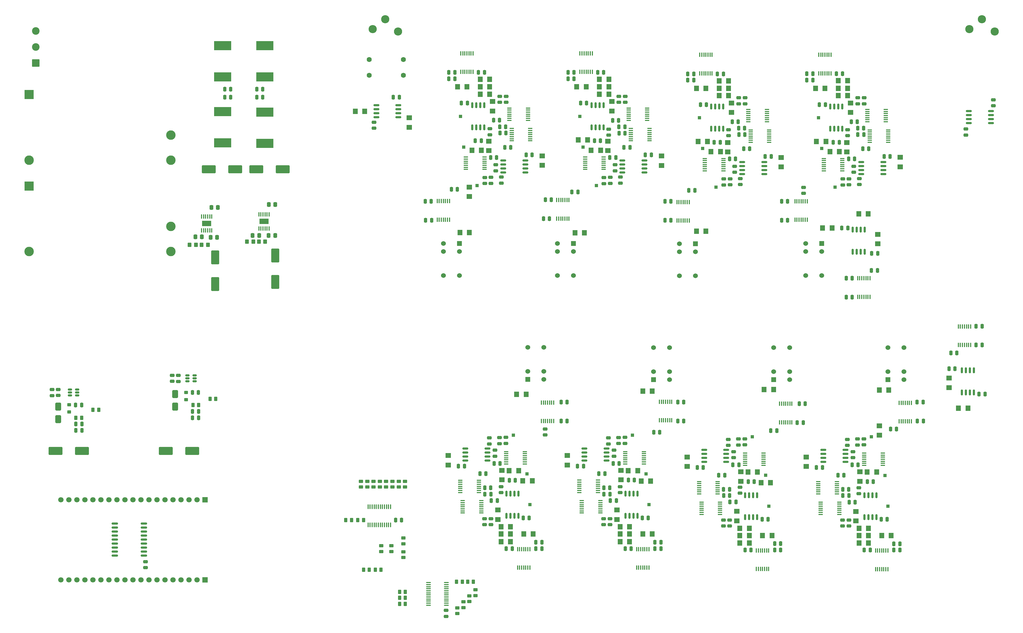
<source format=gbr>
%TF.GenerationSoftware,KiCad,Pcbnew,9.0.5*%
%TF.CreationDate,2025-11-19T13:11:48+02:00*%
%TF.ProjectId,KICAD PEQ,4b494341-4420-4504-9551-2e6b69636164,rev?*%
%TF.SameCoordinates,Original*%
%TF.FileFunction,Soldermask,Top*%
%TF.FilePolarity,Negative*%
%FSLAX46Y46*%
G04 Gerber Fmt 4.6, Leading zero omitted, Abs format (unit mm)*
G04 Created by KiCad (PCBNEW 9.0.5) date 2025-11-19 13:11:48*
%MOMM*%
%LPD*%
G01*
G04 APERTURE LIST*
G04 Aperture macros list*
%AMRoundRect*
0 Rectangle with rounded corners*
0 $1 Rounding radius*
0 $2 $3 $4 $5 $6 $7 $8 $9 X,Y pos of 4 corners*
0 Add a 4 corners polygon primitive as box body*
4,1,4,$2,$3,$4,$5,$6,$7,$8,$9,$2,$3,0*
0 Add four circle primitives for the rounded corners*
1,1,$1+$1,$2,$3*
1,1,$1+$1,$4,$5*
1,1,$1+$1,$6,$7*
1,1,$1+$1,$8,$9*
0 Add four rect primitives between the rounded corners*
20,1,$1+$1,$2,$3,$4,$5,0*
20,1,$1+$1,$4,$5,$6,$7,0*
20,1,$1+$1,$6,$7,$8,$9,0*
20,1,$1+$1,$8,$9,$2,$3,0*%
G04 Aperture macros list end*
%ADD10RoundRect,0.250000X0.350000X0.450000X-0.350000X0.450000X-0.350000X-0.450000X0.350000X-0.450000X0*%
%ADD11RoundRect,0.250000X0.337500X0.475000X-0.337500X0.475000X-0.337500X-0.475000X0.337500X-0.475000X0*%
%ADD12RoundRect,0.250000X-0.337500X-0.475000X0.337500X-0.475000X0.337500X0.475000X-0.337500X0.475000X0*%
%ADD13RoundRect,0.250000X0.250000X0.475000X-0.250000X0.475000X-0.250000X-0.475000X0.250000X-0.475000X0*%
%ADD14R,0.450000X1.475000*%
%ADD15RoundRect,0.250000X-0.475000X0.250000X-0.475000X-0.250000X0.475000X-0.250000X0.475000X0.250000X0*%
%ADD16RoundRect,0.250000X1.000000X-1.950000X1.000000X1.950000X-1.000000X1.950000X-1.000000X-1.950000X0*%
%ADD17RoundRect,0.250000X0.475000X-0.250000X0.475000X0.250000X-0.475000X0.250000X-0.475000X-0.250000X0*%
%ADD18R,1.500000X1.800000*%
%ADD19RoundRect,0.250000X-0.250000X-0.475000X0.250000X-0.475000X0.250000X0.475000X-0.250000X0.475000X0*%
%ADD20RoundRect,0.250000X1.950000X1.000000X-1.950000X1.000000X-1.950000X-1.000000X1.950000X-1.000000X0*%
%ADD21RoundRect,0.250000X-0.450000X0.262500X-0.450000X-0.262500X0.450000X-0.262500X0.450000X0.262500X0*%
%ADD22RoundRect,0.250000X0.450000X-0.262500X0.450000X0.262500X-0.450000X0.262500X-0.450000X-0.262500X0*%
%ADD23R,5.400000X2.900000*%
%ADD24RoundRect,0.150000X-0.150000X0.800000X-0.150000X-0.800000X0.150000X-0.800000X0.150000X0.800000X0*%
%ADD25R,1.800000X1.500000*%
%ADD26O,2.601600X2.601600*%
%ADD27RoundRect,0.250000X-0.350000X0.275000X-0.350000X-0.275000X0.350000X-0.275000X0.350000X0.275000X0*%
%ADD28RoundRect,0.250000X0.262500X0.450000X-0.262500X0.450000X-0.262500X-0.450000X0.262500X-0.450000X0*%
%ADD29RoundRect,0.150000X-0.800000X-0.150000X0.800000X-0.150000X0.800000X0.150000X-0.800000X0.150000X0*%
%ADD30R,1.475000X0.450000*%
%ADD31RoundRect,0.150000X0.512500X0.150000X-0.512500X0.150000X-0.512500X-0.150000X0.512500X-0.150000X0*%
%ADD32R,1.000000X1.000000*%
%ADD33R,1.524000X1.524000*%
%ADD34C,1.524000*%
%ADD35RoundRect,0.250000X-1.950000X-1.000000X1.950000X-1.000000X1.950000X1.000000X-1.950000X1.000000X0*%
%ADD36RoundRect,0.250000X-0.262500X-0.450000X0.262500X-0.450000X0.262500X0.450000X-0.262500X0.450000X0*%
%ADD37RoundRect,0.150000X-0.875000X-0.150000X0.875000X-0.150000X0.875000X0.150000X-0.875000X0.150000X0*%
%ADD38R,3.000000X3.000000*%
%ADD39C,3.000000*%
%ADD40RoundRect,0.250000X-0.650000X1.000000X-0.650000X-1.000000X0.650000X-1.000000X0.650000X1.000000X0*%
%ADD41RoundRect,0.150000X0.150000X-0.800000X0.150000X0.800000X-0.150000X0.800000X-0.150000X-0.800000X0*%
%ADD42R,1.700000X1.700000*%
%ADD43C,1.700000*%
%ADD44RoundRect,0.250000X-1.000000X1.950000X-1.000000X-1.950000X1.000000X-1.950000X1.000000X1.950000X0*%
%ADD45RoundRect,0.100000X0.637500X0.100000X-0.637500X0.100000X-0.637500X-0.100000X0.637500X-0.100000X0*%
%ADD46C,1.600000*%
%ADD47RoundRect,0.150000X0.800000X0.150000X-0.800000X0.150000X-0.800000X-0.150000X0.800000X-0.150000X0*%
%ADD48R,0.450000X1.425000*%
%ADD49R,2.947000X1.753000*%
%ADD50RoundRect,0.250001X0.949999X-0.949999X0.949999X0.949999X-0.949999X0.949999X-0.949999X-0.949999X0*%
%ADD51C,2.400000*%
%ADD52RoundRect,0.100000X-0.100000X0.637500X-0.100000X-0.637500X0.100000X-0.637500X0.100000X0.637500X0*%
G04 APERTURE END LIST*
D10*
%TO.C,R119*%
X123883068Y-118154331D03*
X121883068Y-118154331D03*
%TD*%
%TO.C,R118*%
X105660560Y-119140190D03*
X103660560Y-119140190D03*
%TD*%
%TO.C,R117*%
X127615964Y-118179185D03*
X125615964Y-118179185D03*
%TD*%
%TO.C,R116*%
X109470560Y-119140190D03*
X107470560Y-119140190D03*
%TD*%
D11*
%TO.C,C213*%
X125730000Y-116205000D03*
X123655000Y-116205000D03*
%TD*%
%TO.C,C212*%
X107565560Y-116600190D03*
X105490560Y-116600190D03*
%TD*%
D12*
%TO.C,C211*%
X128735000Y-116205000D03*
X130810000Y-116205000D03*
%TD*%
%TO.C,C210*%
X110320000Y-116840000D03*
X112395000Y-116840000D03*
%TD*%
%TO.C,C13*%
X128775058Y-106353994D03*
X130850058Y-106353994D03*
%TD*%
%TO.C,C12*%
X110565000Y-107315000D03*
X112640000Y-107315000D03*
%TD*%
D13*
%TO.C,C160*%
X244724750Y-193805050D03*
X242824750Y-193805050D03*
%TD*%
D14*
%TO.C,VR35*%
X283414000Y-221997000D03*
X284064000Y-221997000D03*
X284714000Y-221997000D03*
X285364000Y-221997000D03*
X286014000Y-221997000D03*
X286664000Y-221997000D03*
X287314000Y-221997000D03*
X287314000Y-216121000D03*
X286664000Y-216121000D03*
X286014000Y-216121000D03*
X285364000Y-216121000D03*
X284714000Y-216121000D03*
X284064000Y-216121000D03*
X283414000Y-216121000D03*
%TD*%
D15*
%TO.C,C62*%
X315557332Y-72543675D03*
X315557332Y-74443675D03*
%TD*%
D16*
%TO.C,C208*%
X130810000Y-130955000D03*
X130810000Y-122555000D03*
%TD*%
D17*
%TO.C,C87*%
X278306847Y-100047929D03*
X278306847Y-98147929D03*
%TD*%
D15*
%TO.C,C31*%
X298397332Y-100968676D03*
X298397332Y-102868676D03*
%TD*%
D18*
%TO.C,R16*%
X284884265Y-194584303D03*
X287884265Y-194584303D03*
%TD*%
D15*
%TO.C,C171*%
X312259272Y-180868140D03*
X312259272Y-182768140D03*
%TD*%
D19*
%TO.C,C200*%
X258484265Y-169084303D03*
X260384265Y-169084303D03*
%TD*%
D15*
%TO.C,C73*%
X274594866Y-82687114D03*
X274594866Y-84587114D03*
%TD*%
D20*
%TO.C,C209*%
X69500000Y-184500000D03*
X61100000Y-184500000D03*
%TD*%
D13*
%TO.C,C184*%
X324909272Y-206218140D03*
X323009272Y-206218140D03*
%TD*%
D19*
%TO.C,C80*%
X277856847Y-84197929D03*
X279756847Y-84197929D03*
%TD*%
D21*
%TO.C,R72*%
X172000000Y-194175000D03*
X172000000Y-196000000D03*
%TD*%
D19*
%TO.C,C161*%
X327009272Y-215968140D03*
X328909272Y-215968140D03*
%TD*%
D13*
%TO.C,C91*%
X239746177Y-79743979D03*
X237846177Y-79743979D03*
%TD*%
D22*
%TO.C,R57*%
X192405000Y-232330000D03*
X192405000Y-230505000D03*
%TD*%
D23*
%TO.C,L1*%
X114155000Y-56010000D03*
X114155000Y-65910000D03*
%TD*%
D19*
%TO.C,C101*%
X248207597Y-90668980D03*
X250107597Y-90668980D03*
%TD*%
D21*
%TO.C,R68*%
X164000000Y-194175000D03*
X164000000Y-196000000D03*
%TD*%
D24*
%TO.C,U5*%
X310662332Y-75343675D03*
X309392332Y-75343675D03*
X308122332Y-75343675D03*
X306852332Y-75343675D03*
X306852332Y-82343675D03*
X308122332Y-82343675D03*
X309392332Y-82343675D03*
X310662332Y-82343675D03*
%TD*%
D25*
%TO.C,R80*%
X198522325Y-86284839D03*
X198522325Y-89284839D03*
%TD*%
D19*
%TO.C,C186*%
X312830182Y-200832686D03*
X314730182Y-200832686D03*
%TD*%
D17*
%TO.C,C190*%
X317509272Y-182618140D03*
X317509272Y-180718140D03*
%TD*%
D14*
%TO.C,VR4*%
X295647332Y-111244676D03*
X296297332Y-111244676D03*
X296947332Y-111244676D03*
X297597332Y-111244676D03*
X298247332Y-111244676D03*
X298897332Y-111244676D03*
X299547332Y-111244676D03*
X299547332Y-105368676D03*
X298897332Y-105368676D03*
X298247332Y-105368676D03*
X297597332Y-105368676D03*
X296947332Y-105368676D03*
X296297332Y-105368676D03*
X295647332Y-105368676D03*
%TD*%
D17*
%TO.C,C173*%
X202439462Y-197784869D03*
X202439462Y-195884869D03*
%TD*%
D26*
%TO.C,J4*%
X169735000Y-51525200D03*
X165735000Y-47625000D03*
X161735000Y-50725100D03*
%TD*%
D27*
%TO.C,L5*%
X102550000Y-166000000D03*
X102550000Y-168300000D03*
%TD*%
D24*
%TO.C,U7*%
X272911847Y-75347929D03*
X271641847Y-75347929D03*
X270371847Y-75347929D03*
X269101847Y-75347929D03*
X269101847Y-82347929D03*
X270371847Y-82347929D03*
X271641847Y-82347929D03*
X272911847Y-82347929D03*
%TD*%
D22*
%TO.C,R56*%
X164465000Y-216455000D03*
X164465000Y-214630000D03*
%TD*%
D19*
%TO.C,C153*%
X287984265Y-178084303D03*
X289884265Y-178084303D03*
%TD*%
D15*
%TO.C,C72*%
X277806847Y-72547929D03*
X277806847Y-74447929D03*
%TD*%
D28*
%TO.C,R53*%
X193675000Y-226060000D03*
X191850000Y-226060000D03*
%TD*%
D29*
%TO.C,U15*%
X203122325Y-92429839D03*
X203122325Y-93699839D03*
X203122325Y-94969839D03*
X203122325Y-96239839D03*
X210122325Y-96239839D03*
X210122325Y-94969839D03*
X210122325Y-93699839D03*
X210122325Y-92429839D03*
%TD*%
D30*
%TO.C,VR28*%
X189536265Y-193809304D03*
X189536265Y-194459304D03*
X189536265Y-195109304D03*
X189536265Y-195759304D03*
X189536265Y-196409304D03*
X189536265Y-197059304D03*
X189536265Y-197709304D03*
X195412265Y-197709304D03*
X195412265Y-197059304D03*
X195412265Y-196409304D03*
X195412265Y-195759304D03*
X195412265Y-195109304D03*
X195412265Y-194459304D03*
X195412265Y-193809304D03*
%TD*%
D31*
%TO.C,U2*%
X68000000Y-166950000D03*
X68000000Y-166000000D03*
X68000000Y-165050000D03*
X65725000Y-165050000D03*
X65725000Y-166000000D03*
X65725000Y-166950000D03*
%TD*%
D18*
%TO.C,R84*%
X212624265Y-210909304D03*
X209624265Y-210909304D03*
%TD*%
D32*
%TO.C,BP5*%
X210634265Y-191834303D03*
%TD*%
D13*
%TO.C,C178*%
X282714000Y-194259000D03*
X280814000Y-194259000D03*
%TD*%
D25*
%TO.C,R110*%
X299259272Y-189468140D03*
X299259272Y-186468140D03*
%TD*%
D18*
%TO.C,R42*%
X236617597Y-66693979D03*
X233617597Y-66693979D03*
%TD*%
D19*
%TO.C,C9*%
X104550000Y-166000000D03*
X106450000Y-166000000D03*
%TD*%
D14*
%TO.C,VR15*%
X269356847Y-58909929D03*
X268706847Y-58909929D03*
X268056847Y-58909929D03*
X267406847Y-58909929D03*
X266756847Y-58909929D03*
X266106847Y-58909929D03*
X265456847Y-58909929D03*
X265456847Y-64785929D03*
X266106847Y-64785929D03*
X266756847Y-64785929D03*
X267406847Y-64785929D03*
X268056847Y-64785929D03*
X268706847Y-64785929D03*
X269356847Y-64785929D03*
%TD*%
D17*
%TO.C,C84*%
X275056847Y-100147929D03*
X275056847Y-98247929D03*
%TD*%
D18*
%TO.C,R100*%
X288364000Y-211359000D03*
X285364000Y-211359000D03*
%TD*%
D21*
%TO.C,R69*%
X162000000Y-194175000D03*
X162000000Y-196000000D03*
%TD*%
D13*
%TO.C,C96*%
X241717597Y-81743979D03*
X239817597Y-81743979D03*
%TD*%
D20*
%TO.C,C7*%
X104500000Y-184500000D03*
X96100000Y-184500000D03*
%TD*%
D13*
%TO.C,C6*%
X126850000Y-72390000D03*
X124950000Y-72390000D03*
%TD*%
D18*
%TO.C,R104*%
X281164000Y-209059000D03*
X278164000Y-209059000D03*
%TD*%
D19*
%TO.C,C158*%
X221484265Y-175084303D03*
X223384265Y-175084303D03*
%TD*%
D32*
%TO.C,BP6*%
X248384750Y-191830049D03*
%TD*%
D14*
%TO.C,VR2*%
X258211971Y-111490048D03*
X258861971Y-111490048D03*
X259511971Y-111490048D03*
X260161971Y-111490048D03*
X260811971Y-111490048D03*
X261461971Y-111490048D03*
X262111971Y-111490048D03*
X262111971Y-105614048D03*
X261461971Y-105614048D03*
X260811971Y-105614048D03*
X260161971Y-105614048D03*
X259511971Y-105614048D03*
X258861971Y-105614048D03*
X258211971Y-105614048D03*
%TD*%
D18*
%TO.C,R13*%
X315897332Y-109368676D03*
X318897332Y-109368676D03*
%TD*%
D13*
%TO.C,C23*%
X180397332Y-111368676D03*
X178497332Y-111368676D03*
%TD*%
D25*
%TO.C,R106*%
X278464000Y-194159000D03*
X278464000Y-191159000D03*
%TD*%
D29*
%TO.C,U16*%
X162870000Y-74930000D03*
X162870000Y-76200000D03*
X162870000Y-77470000D03*
X162870000Y-78740000D03*
X169870000Y-78740000D03*
X169870000Y-77470000D03*
X169870000Y-76200000D03*
X169870000Y-74930000D03*
%TD*%
D13*
%TO.C,C21*%
X180297332Y-105368676D03*
X178397332Y-105368676D03*
%TD*%
D25*
%TO.C,R17*%
X322384265Y-179584303D03*
X322384265Y-176584303D03*
%TD*%
D13*
%TO.C,C67*%
X317457332Y-82193675D03*
X315557332Y-82193675D03*
%TD*%
D33*
%TO.C,K5*%
X225425000Y-118745000D03*
D34*
X220345000Y-118745000D03*
X225425000Y-121285000D03*
X220345000Y-121285000D03*
X225425000Y-128905000D03*
X220345000Y-128905000D03*
%TD*%
D30*
%TO.C,VR40*%
X303071272Y-194268140D03*
X303071272Y-194918140D03*
X303071272Y-195568140D03*
X303071272Y-196218140D03*
X303071272Y-196868140D03*
X303071272Y-197518140D03*
X303071272Y-198168140D03*
X308947272Y-198168140D03*
X308947272Y-197518140D03*
X308947272Y-196868140D03*
X308947272Y-196218140D03*
X308947272Y-195568140D03*
X308947272Y-194918140D03*
X308947272Y-194268140D03*
%TD*%
D32*
%TO.C,HP8*%
X325169272Y-202043139D03*
%TD*%
D19*
%TO.C,C16*%
X67500000Y-170000000D03*
X69400000Y-170000000D03*
%TD*%
D13*
%TO.C,C71*%
X281306847Y-88697929D03*
X279406847Y-88697929D03*
%TD*%
D17*
%TO.C,C182*%
X203974265Y-182159304D03*
X203974265Y-180259304D03*
%TD*%
D19*
%TO.C,C183*%
X195724265Y-191759304D03*
X197624265Y-191759304D03*
%TD*%
%TO.C,C143*%
X235074750Y-198255050D03*
X236974750Y-198255050D03*
%TD*%
D32*
%TO.C,HP3*%
X227407597Y-78418980D03*
%TD*%
D19*
%TO.C,C38*%
X275035420Y-200709000D03*
X276935420Y-200709000D03*
%TD*%
D13*
%TO.C,C135*%
X253124750Y-213505050D03*
X251224750Y-213505050D03*
%TD*%
D15*
%TO.C,C189*%
X315509272Y-180768140D03*
X315509272Y-182668140D03*
%TD*%
D13*
%TO.C,C47*%
X228584750Y-189330049D03*
X226684750Y-189330049D03*
%TD*%
D17*
%TO.C,C138*%
X274964000Y-208359000D03*
X274964000Y-206459000D03*
%TD*%
D19*
%TO.C,C132*%
X296384265Y-175584303D03*
X298284265Y-175584303D03*
%TD*%
D17*
%TO.C,C45*%
X236974750Y-207905050D03*
X236974750Y-206005050D03*
%TD*%
D28*
%TO.C,R55*%
X190142500Y-226060000D03*
X188317500Y-226060000D03*
%TD*%
D18*
%TO.C,R78*%
X195822325Y-71384839D03*
X198822325Y-71384839D03*
%TD*%
D23*
%TO.C,L4*%
X127490000Y-77061324D03*
X127490000Y-86961324D03*
%TD*%
D24*
%TO.C,U3*%
X317802332Y-114368676D03*
X316532332Y-114368676D03*
X315262332Y-114368676D03*
X313992332Y-114368676D03*
X313992332Y-121368676D03*
X315262332Y-121368676D03*
X316532332Y-121368676D03*
X317802332Y-121368676D03*
%TD*%
D19*
%TO.C,C76*%
X286196847Y-91122930D03*
X288096847Y-91122930D03*
%TD*%
D17*
%TO.C,C180*%
X240186731Y-197765865D03*
X240186731Y-195865865D03*
%TD*%
%TO.C,C111*%
X199272325Y-99684839D03*
X199272325Y-97784839D03*
%TD*%
D35*
%TO.C,C207*%
X124805000Y-95250000D03*
X133205000Y-95250000D03*
%TD*%
D17*
%TO.C,C127*%
X200772325Y-95684839D03*
X200772325Y-93784839D03*
%TD*%
D19*
%TO.C,C110*%
X210412325Y-90659840D03*
X212312325Y-90659840D03*
%TD*%
D30*
%TO.C,VR20*%
X249505597Y-86193979D03*
X249505597Y-85543979D03*
X249505597Y-84893979D03*
X249505597Y-84243979D03*
X249505597Y-83593979D03*
X249505597Y-82943979D03*
X249505597Y-82293979D03*
X243629597Y-82293979D03*
X243629597Y-82943979D03*
X243629597Y-83593979D03*
X243629597Y-84243979D03*
X243629597Y-84893979D03*
X243629597Y-85543979D03*
X243629597Y-86193979D03*
%TD*%
D13*
%TO.C,C89*%
X243317597Y-88243979D03*
X241417597Y-88243979D03*
%TD*%
D18*
%TO.C,R32*%
X309757332Y-89643675D03*
X306757332Y-89643675D03*
%TD*%
D25*
%TO.C,R105*%
X277214000Y-206709000D03*
X277214000Y-203709000D03*
%TD*%
D19*
%TO.C,C172*%
X273064000Y-198709000D03*
X274964000Y-198709000D03*
%TD*%
D18*
%TO.C,R29*%
X309357332Y-71843675D03*
X312357332Y-71843675D03*
%TD*%
D17*
%TO.C,C88*%
X276556847Y-96147929D03*
X276556847Y-94247929D03*
%TD*%
D25*
%TO.C,R98*%
X240474750Y-193705050D03*
X240474750Y-190705050D03*
%TD*%
D19*
%TO.C,C63*%
X307807332Y-86643675D03*
X309707332Y-86643675D03*
%TD*%
D25*
%TO.C,R7*%
X192397332Y-100868676D03*
X192397332Y-103868676D03*
%TD*%
D13*
%TO.C,C30*%
X293297332Y-105368676D03*
X291397332Y-105368676D03*
%TD*%
D18*
%TO.C,R20*%
X288884265Y-165084303D03*
X285884265Y-165084303D03*
%TD*%
D14*
%TO.C,VR6*%
X332584265Y-169270303D03*
X331934265Y-169270303D03*
X331284265Y-169270303D03*
X330634265Y-169270303D03*
X329984265Y-169270303D03*
X329334265Y-169270303D03*
X328684265Y-169270303D03*
X328684265Y-175146303D03*
X329334265Y-175146303D03*
X329984265Y-175146303D03*
X330634265Y-175146303D03*
X331284265Y-175146303D03*
X331934265Y-175146303D03*
X332584265Y-175146303D03*
%TD*%
D15*
%TO.C,C53*%
X312342135Y-82668110D03*
X312342135Y-84568110D03*
%TD*%
D36*
%TO.C,R49*%
X170260000Y-231140000D03*
X172085000Y-231140000D03*
%TD*%
D15*
%TO.C,C167*%
X238224750Y-184305050D03*
X238224750Y-186205050D03*
%TD*%
D14*
%TO.C,VR23*%
X193572325Y-58446839D03*
X192922325Y-58446839D03*
X192272325Y-58446839D03*
X191622325Y-58446839D03*
X190972325Y-58446839D03*
X190322325Y-58446839D03*
X189672325Y-58446839D03*
X189672325Y-64322839D03*
X190322325Y-64322839D03*
X190972325Y-64322839D03*
X191622325Y-64322839D03*
X192272325Y-64322839D03*
X192922325Y-64322839D03*
X193572325Y-64322839D03*
%TD*%
D32*
%TO.C,LP8*%
X319919272Y-180043139D03*
%TD*%
D21*
%TO.C,R70*%
X168000000Y-194175000D03*
X168000000Y-196000000D03*
%TD*%
D37*
%TO.C,U11*%
X79905440Y-207600572D03*
X79905440Y-208870572D03*
X79905440Y-210140572D03*
X79905440Y-211410572D03*
X79905440Y-212680572D03*
X79905440Y-213950572D03*
X79905440Y-215220572D03*
X79905440Y-216490572D03*
X79905440Y-217760572D03*
X89205440Y-217760572D03*
X89205440Y-216490572D03*
X89205440Y-215220572D03*
X89205440Y-213950572D03*
X89205440Y-212680572D03*
X89205440Y-211410572D03*
X89205440Y-210140572D03*
X89205440Y-208870572D03*
X89205440Y-207600572D03*
%TD*%
D19*
%TO.C,C116*%
X185872325Y-66484839D03*
X187772325Y-66484839D03*
%TD*%
D35*
%TO.C,C206*%
X109710000Y-95250000D03*
X118110000Y-95250000D03*
%TD*%
D13*
%TO.C,C78*%
X279706847Y-82197929D03*
X277806847Y-82197929D03*
%TD*%
D18*
%TO.C,R81*%
X196222325Y-89184839D03*
X193222325Y-89184839D03*
%TD*%
D33*
%TO.C,K4*%
X250825000Y-161925000D03*
D34*
X255905000Y-161925000D03*
X250825000Y-159385000D03*
X255905000Y-159385000D03*
X250825000Y-151765000D03*
X255905000Y-151765000D03*
%TD*%
D18*
%TO.C,R28*%
X309357332Y-69543675D03*
X312357332Y-69543675D03*
%TD*%
D13*
%TO.C,C68*%
X319057332Y-88693675D03*
X317157332Y-88693675D03*
%TD*%
D22*
%TO.C,R58*%
X167640000Y-216455000D03*
X167640000Y-214630000D03*
%TD*%
D17*
%TO.C,C107*%
X89635440Y-221565572D03*
X89635440Y-219665572D03*
%TD*%
%TO.C,C15*%
X62000000Y-166950000D03*
X62000000Y-165050000D03*
%TD*%
D36*
%TO.C,R1*%
X104725000Y-170000000D03*
X106550000Y-170000000D03*
%TD*%
D13*
%TO.C,C198*%
X304369272Y-189793139D03*
X302469272Y-189793139D03*
%TD*%
D18*
%TO.C,R26*%
X312357332Y-67143675D03*
X309357332Y-67143675D03*
%TD*%
%TO.C,R40*%
X272006847Y-89647929D03*
X269006847Y-89647929D03*
%TD*%
D31*
%TO.C,U1*%
X105256250Y-162450000D03*
X105256250Y-161500000D03*
X105256250Y-160550000D03*
X102981250Y-160550000D03*
X102981250Y-161500000D03*
X102981250Y-162450000D03*
%TD*%
D19*
%TO.C,C77*%
X265656847Y-74697929D03*
X267556847Y-74697929D03*
%TD*%
D15*
%TO.C,C102*%
X239817597Y-72093979D03*
X239817597Y-73993979D03*
%TD*%
D19*
%TO.C,C162*%
X258484265Y-175084303D03*
X260384265Y-175084303D03*
%TD*%
D13*
%TO.C,C25*%
X218397332Y-104868676D03*
X216497332Y-104868676D03*
%TD*%
D36*
%TO.C,R60*%
X158830000Y-222250000D03*
X160655000Y-222250000D03*
%TD*%
D30*
%TO.C,VR24*%
X211710325Y-86184839D03*
X211710325Y-85534839D03*
X211710325Y-84884839D03*
X211710325Y-84234839D03*
X211710325Y-83584839D03*
X211710325Y-82934839D03*
X211710325Y-82284839D03*
X205834325Y-82284839D03*
X205834325Y-82934839D03*
X205834325Y-83584839D03*
X205834325Y-84234839D03*
X205834325Y-84884839D03*
X205834325Y-85534839D03*
X205834325Y-86184839D03*
%TD*%
%TO.C,VR41*%
X303821272Y-200768140D03*
X303821272Y-201418140D03*
X303821272Y-202068140D03*
X303821272Y-202718140D03*
X303821272Y-203368140D03*
X303821272Y-204018140D03*
X303821272Y-204668140D03*
X309697272Y-204668140D03*
X309697272Y-204018140D03*
X309697272Y-203368140D03*
X309697272Y-202718140D03*
X309697272Y-202068140D03*
X309697272Y-201418140D03*
X309697272Y-200768140D03*
%TD*%
D19*
%TO.C,C123*%
X189872325Y-74234839D03*
X191772325Y-74234839D03*
%TD*%
%TO.C,C74*%
X261656847Y-66947929D03*
X263556847Y-66947929D03*
%TD*%
D38*
%TO.C,PS2*%
X52757332Y-100521176D03*
D39*
X52757332Y-121321176D03*
X97757332Y-121321176D03*
X97757332Y-113321176D03*
%TD*%
D14*
%TO.C,VR19*%
X231367597Y-58455979D03*
X230717597Y-58455979D03*
X230067597Y-58455979D03*
X229417597Y-58455979D03*
X228767597Y-58455979D03*
X228117597Y-58455979D03*
X227467597Y-58455979D03*
X227467597Y-64331979D03*
X228117597Y-64331979D03*
X228767597Y-64331979D03*
X229417597Y-64331979D03*
X230067597Y-64331979D03*
X230717597Y-64331979D03*
X231367597Y-64331979D03*
%TD*%
D18*
%TO.C,R19*%
X250384265Y-165584303D03*
X247384265Y-165584303D03*
%TD*%
D19*
%TO.C,C168*%
X237108508Y-200287900D03*
X239008508Y-200287900D03*
%TD*%
D32*
%TO.C,BP7*%
X286374000Y-192283999D03*
%TD*%
D13*
%TO.C,C24*%
X226797332Y-102368676D03*
X224897332Y-102368676D03*
%TD*%
%TO.C,C118*%
X201951415Y-79620293D03*
X200051415Y-79620293D03*
%TD*%
D18*
%TO.C,R103*%
X281164000Y-211359000D03*
X278164000Y-211359000D03*
%TD*%
D13*
%TO.C,C35*%
X313805000Y-135777000D03*
X311905000Y-135777000D03*
%TD*%
D19*
%TO.C,C59*%
X299407332Y-66943675D03*
X301307332Y-66943675D03*
%TD*%
D17*
%TO.C,C131*%
X162168320Y-82205577D03*
X162168320Y-80305577D03*
%TD*%
D18*
%TO.C,R6*%
X229897332Y-85868676D03*
X226897332Y-85868676D03*
%TD*%
D32*
%TO.C,LP5*%
X206384265Y-179584303D03*
%TD*%
D40*
%TO.C,D2*%
X62000000Y-170500000D03*
X62000000Y-174500000D03*
%TD*%
D18*
%TO.C,R108*%
X326159272Y-211368140D03*
X323159272Y-211368140D03*
%TD*%
D19*
%TO.C,C49*%
X251224750Y-215505050D03*
X253124750Y-215505050D03*
%TD*%
D25*
%TO.C,R39*%
X274306847Y-86747929D03*
X274306847Y-89747929D03*
%TD*%
D17*
%TO.C,C100*%
X241817597Y-73993979D03*
X241817597Y-72093979D03*
%TD*%
D23*
%TO.C,L2*%
X127490000Y-56010000D03*
X127490000Y-65910000D03*
%TD*%
D41*
%TO.C,U23*%
X317654272Y-205568140D03*
X318924272Y-205568140D03*
X320194272Y-205568140D03*
X321464272Y-205568140D03*
X321464272Y-198568140D03*
X320194272Y-198568140D03*
X318924272Y-198568140D03*
X317654272Y-198568140D03*
%TD*%
D13*
%TO.C,C170*%
X346412332Y-158463676D03*
X344512332Y-158463676D03*
%TD*%
D42*
%TO.C,J3*%
X108580000Y-225425000D03*
D43*
X106040000Y-225425000D03*
X103500000Y-225425000D03*
X100960000Y-225425000D03*
X98420000Y-225425000D03*
X95880000Y-225425000D03*
X93340000Y-225425000D03*
X90800000Y-225425000D03*
X88260000Y-225425000D03*
X85720000Y-225425000D03*
X83180000Y-225425000D03*
X80640000Y-225425000D03*
X78100000Y-225425000D03*
X75560000Y-225425000D03*
X73020000Y-225425000D03*
X70480000Y-225425000D03*
X67940000Y-225425000D03*
X65400000Y-225425000D03*
X62860000Y-225425000D03*
%TD*%
D15*
%TO.C,C51*%
X239724750Y-180305050D03*
X239724750Y-182205050D03*
%TD*%
D19*
%TO.C,C90*%
X239867597Y-83743979D03*
X241767597Y-83743979D03*
%TD*%
D25*
%TO.C,R47*%
X236317597Y-86293979D03*
X236317597Y-89293979D03*
%TD*%
D17*
%TO.C,C157*%
X241724750Y-182155050D03*
X241724750Y-180255050D03*
%TD*%
D13*
%TO.C,C150*%
X281714000Y-215959000D03*
X279814000Y-215959000D03*
%TD*%
D30*
%TO.C,VR34*%
X247712750Y-188655050D03*
X247712750Y-188005050D03*
X247712750Y-187355050D03*
X247712750Y-186705050D03*
X247712750Y-186055050D03*
X247712750Y-185405050D03*
X247712750Y-184755050D03*
X241836750Y-184755050D03*
X241836750Y-185405050D03*
X241836750Y-186055050D03*
X241836750Y-186705050D03*
X241836750Y-187355050D03*
X241836750Y-188005050D03*
X241836750Y-188655050D03*
%TD*%
D18*
%TO.C,R99*%
X242774750Y-190805050D03*
X245774750Y-190805050D03*
%TD*%
D33*
%TO.C,K6*%
X288925000Y-161925000D03*
D34*
X294005000Y-161925000D03*
X288925000Y-159385000D03*
X294005000Y-159385000D03*
X288925000Y-151765000D03*
X294005000Y-151765000D03*
%TD*%
D30*
%TO.C,VR36*%
X265276000Y-194259000D03*
X265276000Y-194909000D03*
X265276000Y-195559000D03*
X265276000Y-196209000D03*
X265276000Y-196859000D03*
X265276000Y-197509000D03*
X265276000Y-198159000D03*
X271152000Y-198159000D03*
X271152000Y-197509000D03*
X271152000Y-196859000D03*
X271152000Y-196209000D03*
X271152000Y-195559000D03*
X271152000Y-194909000D03*
X271152000Y-194259000D03*
%TD*%
D19*
%TO.C,C69*%
X315607332Y-84193675D03*
X317507332Y-84193675D03*
%TD*%
D13*
%TO.C,C4*%
X126850000Y-69850000D03*
X124950000Y-69850000D03*
%TD*%
D19*
%TO.C,C79*%
X274906847Y-91947929D03*
X276806847Y-91947929D03*
%TD*%
D13*
%TO.C,C42*%
X266574000Y-189783999D03*
X264674000Y-189783999D03*
%TD*%
D33*
%TO.C,K2*%
X210895300Y-161843600D03*
D34*
X215975300Y-161843600D03*
X210895300Y-159303600D03*
X215975300Y-159303600D03*
X210895300Y-151683600D03*
X215975300Y-151683600D03*
%TD*%
D30*
%TO.C,VR22*%
X229079597Y-91343979D03*
X229079597Y-91993979D03*
X229079597Y-92643979D03*
X229079597Y-93293979D03*
X229079597Y-93943979D03*
X229079597Y-94593979D03*
X229079597Y-95243979D03*
X234955597Y-95243979D03*
X234955597Y-94593979D03*
X234955597Y-93943979D03*
X234955597Y-93293979D03*
X234955597Y-92643979D03*
X234955597Y-91993979D03*
X234955597Y-91343979D03*
%TD*%
D36*
%TO.C,R3*%
X67587500Y-174000000D03*
X69412500Y-174000000D03*
%TD*%
D32*
%TO.C,BP2*%
X266396847Y-88622930D03*
%TD*%
D30*
%TO.C,VR25*%
X210960325Y-79684839D03*
X210960325Y-79034839D03*
X210960325Y-78384839D03*
X210960325Y-77734839D03*
X210960325Y-77084839D03*
X210960325Y-76434839D03*
X210960325Y-75784839D03*
X205084325Y-75784839D03*
X205084325Y-76434839D03*
X205084325Y-77084839D03*
X205084325Y-77734839D03*
X205084325Y-78384839D03*
X205084325Y-79034839D03*
X205084325Y-79684839D03*
%TD*%
D38*
%TO.C,PS1*%
X52757332Y-71536176D03*
D39*
X52757332Y-92336176D03*
X97757332Y-92336176D03*
X97757332Y-84336176D03*
%TD*%
D13*
%TO.C,C187*%
X312709272Y-196718140D03*
X310809272Y-196718140D03*
%TD*%
D18*
%TO.C,R93*%
X240174750Y-213305050D03*
X243174750Y-213305050D03*
%TD*%
D32*
%TO.C,LP1*%
X308397332Y-100868676D03*
%TD*%
D19*
%TO.C,C109*%
X169000000Y-206500000D03*
X170900000Y-206500000D03*
%TD*%
D18*
%TO.C,R37*%
X271606847Y-71847929D03*
X274606847Y-71847929D03*
%TD*%
%TO.C,R8*%
X305457332Y-86443675D03*
X302457332Y-86443675D03*
%TD*%
D30*
%TO.C,VR42*%
X323497272Y-189118140D03*
X323497272Y-188468140D03*
X323497272Y-187818140D03*
X323497272Y-187168140D03*
X323497272Y-186518140D03*
X323497272Y-185868140D03*
X323497272Y-185218140D03*
X317621272Y-185218140D03*
X317621272Y-185868140D03*
X317621272Y-186518140D03*
X317621272Y-187168140D03*
X317621272Y-187818140D03*
X317621272Y-188468140D03*
X317621272Y-189118140D03*
%TD*%
D19*
%TO.C,C3*%
X114795000Y-69850000D03*
X116695000Y-69850000D03*
%TD*%
%TO.C,C164*%
X296984265Y-169584303D03*
X298884265Y-169584303D03*
%TD*%
D14*
%TO.C,VR39*%
X321209272Y-222006140D03*
X321859272Y-222006140D03*
X322509272Y-222006140D03*
X323159272Y-222006140D03*
X323809272Y-222006140D03*
X324459272Y-222006140D03*
X325109272Y-222006140D03*
X325109272Y-216130140D03*
X324459272Y-216130140D03*
X323809272Y-216130140D03*
X323159272Y-216130140D03*
X322509272Y-216130140D03*
X321859272Y-216130140D03*
X321209272Y-216130140D03*
%TD*%
D13*
%TO.C,C10*%
X106500000Y-172000000D03*
X104600000Y-172000000D03*
%TD*%
D19*
%TO.C,C193*%
X213474265Y-215509304D03*
X215374265Y-215509304D03*
%TD*%
%TO.C,C130*%
X168280000Y-72390000D03*
X170180000Y-72390000D03*
%TD*%
D41*
%TO.C,U19*%
X241869750Y-205105050D03*
X243139750Y-205105050D03*
X244409750Y-205105050D03*
X245679750Y-205105050D03*
X245679750Y-198105050D03*
X244409750Y-198105050D03*
X243139750Y-198105050D03*
X241869750Y-198105050D03*
%TD*%
D17*
%TO.C,C1*%
X100118750Y-162500000D03*
X100118750Y-160600000D03*
%TD*%
D14*
%TO.C,VR3*%
X220097332Y-110868676D03*
X220747332Y-110868676D03*
X221397332Y-110868676D03*
X222047332Y-110868676D03*
X222697332Y-110868676D03*
X223347332Y-110868676D03*
X223997332Y-110868676D03*
X223997332Y-104992676D03*
X223347332Y-104992676D03*
X222697332Y-104992676D03*
X222047332Y-104992676D03*
X221397332Y-104992676D03*
X220747332Y-104992676D03*
X220097332Y-104992676D03*
%TD*%
D33*
%TO.C,K7*%
X189230000Y-118745000D03*
D34*
X184150000Y-118745000D03*
X189230000Y-121285000D03*
X184150000Y-121285000D03*
X189230000Y-128905000D03*
X184150000Y-128905000D03*
%TD*%
D13*
%TO.C,C148*%
X199174265Y-196259304D03*
X197274265Y-196259304D03*
%TD*%
D18*
%TO.C,R75*%
X198822325Y-66684839D03*
X195822325Y-66684839D03*
%TD*%
%TO.C,R33*%
X264406847Y-69547929D03*
X267406847Y-69547929D03*
%TD*%
D17*
%TO.C,C191*%
X315884265Y-198084303D03*
X315884265Y-196184303D03*
%TD*%
D25*
%TO.C,R94*%
X223474750Y-189005050D03*
X223474750Y-186005050D03*
%TD*%
D30*
%TO.C,VR14*%
X304819332Y-91793675D03*
X304819332Y-92443675D03*
X304819332Y-93093675D03*
X304819332Y-93743675D03*
X304819332Y-94393675D03*
X304819332Y-95043675D03*
X304819332Y-95693675D03*
X310695332Y-95693675D03*
X310695332Y-95043675D03*
X310695332Y-94393675D03*
X310695332Y-93743675D03*
X310695332Y-93093675D03*
X310695332Y-92443675D03*
X310695332Y-91793675D03*
%TD*%
D26*
%TO.C,J5*%
X358965000Y-51525200D03*
X354965000Y-47625000D03*
X350965000Y-50725100D03*
%TD*%
D13*
%TO.C,C11*%
X106500000Y-174000000D03*
X104600000Y-174000000D03*
%TD*%
D25*
%TO.C,R79*%
X199772325Y-73734839D03*
X199772325Y-76734839D03*
%TD*%
D19*
%TO.C,C113*%
X202072325Y-83734839D03*
X203972325Y-83734839D03*
%TD*%
D40*
%TO.C,D1*%
X99050000Y-166500000D03*
X99050000Y-170500000D03*
%TD*%
D15*
%TO.C,C133*%
X201974265Y-180309304D03*
X201974265Y-182209304D03*
%TD*%
%TO.C,C52*%
X310759272Y-206468140D03*
X310759272Y-208368140D03*
%TD*%
%TO.C,C122*%
X198897332Y-82368676D03*
X198897332Y-84268676D03*
%TD*%
D25*
%TO.C,R86*%
X185724265Y-189009304D03*
X185724265Y-186009304D03*
%TD*%
D19*
%TO.C,C159*%
X250884265Y-178584303D03*
X252784265Y-178584303D03*
%TD*%
D17*
%TO.C,C66*%
X312807332Y-100143675D03*
X312807332Y-98243675D03*
%TD*%
D30*
%TO.C,VR38*%
X285702000Y-189109000D03*
X285702000Y-188459000D03*
X285702000Y-187809000D03*
X285702000Y-187159000D03*
X285702000Y-186509000D03*
X285702000Y-185859000D03*
X285702000Y-185209000D03*
X279826000Y-185209000D03*
X279826000Y-185859000D03*
X279826000Y-186509000D03*
X279826000Y-187159000D03*
X279826000Y-187809000D03*
X279826000Y-188459000D03*
X279826000Y-189109000D03*
%TD*%
D17*
%TO.C,C106*%
X238567597Y-95693979D03*
X238567597Y-93793979D03*
%TD*%
D19*
%TO.C,C5*%
X114795000Y-72390000D03*
X116695000Y-72390000D03*
%TD*%
D17*
%TO.C,C205*%
X358597691Y-75089140D03*
X358597691Y-73189140D03*
%TD*%
D13*
%TO.C,C28*%
X263897332Y-101868676D03*
X261997332Y-101868676D03*
%TD*%
D36*
%TO.C,R50*%
X170260000Y-233045000D03*
X172085000Y-233045000D03*
%TD*%
D18*
%TO.C,R21*%
X325384265Y-165194303D03*
X322384265Y-165194303D03*
%TD*%
D25*
%TO.C,R83*%
X173355000Y-78915000D03*
X173355000Y-81915000D03*
%TD*%
D30*
%TO.C,VR26*%
X191284325Y-91334839D03*
X191284325Y-91984839D03*
X191284325Y-92634839D03*
X191284325Y-93284839D03*
X191284325Y-93934839D03*
X191284325Y-94584839D03*
X191284325Y-95234839D03*
X197160325Y-95234839D03*
X197160325Y-94584839D03*
X197160325Y-93934839D03*
X197160325Y-93284839D03*
X197160325Y-92634839D03*
X197160325Y-91984839D03*
X197160325Y-91334839D03*
%TD*%
D44*
%TO.C,C8*%
X111760000Y-123190000D03*
X111760000Y-131590000D03*
%TD*%
D15*
%TO.C,C104*%
X236566053Y-82509044D03*
X236566053Y-84409044D03*
%TD*%
D17*
%TO.C,C60*%
X317557332Y-74443675D03*
X317557332Y-72543675D03*
%TD*%
D15*
%TO.C,C75*%
X273056847Y-98297929D03*
X273056847Y-100197929D03*
%TD*%
D18*
%TO.C,R23*%
X350512332Y-170963676D03*
X347512332Y-170963676D03*
%TD*%
D17*
%TO.C,C14*%
X60000000Y-167000000D03*
X60000000Y-165100000D03*
%TD*%
D19*
%TO.C,C145*%
X345112332Y-153463676D03*
X347012332Y-153463676D03*
%TD*%
D18*
%TO.C,R82*%
X159210000Y-76835000D03*
X156210000Y-76835000D03*
%TD*%
D45*
%TO.C,U13*%
X185107500Y-233445000D03*
X185107500Y-232795000D03*
X185107500Y-232145000D03*
X185107500Y-231495000D03*
X185107500Y-230845000D03*
X185107500Y-230195000D03*
X185107500Y-229545000D03*
X185107500Y-228895000D03*
X185107500Y-228245000D03*
X185107500Y-227595000D03*
X185107500Y-226945000D03*
X185107500Y-226295000D03*
X179382500Y-226295000D03*
X179382500Y-226945000D03*
X179382500Y-227595000D03*
X179382500Y-228245000D03*
X179382500Y-228895000D03*
X179382500Y-229545000D03*
X179382500Y-230195000D03*
X179382500Y-230845000D03*
X179382500Y-231495000D03*
X179382500Y-232145000D03*
X179382500Y-232795000D03*
X179382500Y-233445000D03*
%TD*%
D15*
%TO.C,C103*%
X235067597Y-97843979D03*
X235067597Y-99743979D03*
%TD*%
D13*
%TO.C,C26*%
X217797332Y-110868676D03*
X215897332Y-110868676D03*
%TD*%
D17*
%TO.C,C204*%
X349877332Y-84353676D03*
X349877332Y-82453676D03*
%TD*%
D22*
%TO.C,R63*%
X190500000Y-234235000D03*
X190500000Y-232410000D03*
%TD*%
D25*
%TO.C,R89*%
X201474265Y-206259304D03*
X201474265Y-203259304D03*
%TD*%
D18*
%TO.C,R115*%
X318559272Y-191268140D03*
X321559272Y-191268140D03*
%TD*%
D15*
%TO.C,C195*%
X277714000Y-180759000D03*
X277714000Y-182659000D03*
%TD*%
D18*
%TO.C,R77*%
X195822325Y-69084839D03*
X198822325Y-69084839D03*
%TD*%
D13*
%TO.C,C34*%
X321805000Y-127277000D03*
X319905000Y-127277000D03*
%TD*%
%TO.C,C155*%
X239874750Y-188505050D03*
X237974750Y-188505050D03*
%TD*%
D32*
%TO.C,BP1*%
X304147332Y-88618676D03*
%TD*%
D17*
%TO.C,C119*%
X202522325Y-99584839D03*
X202522325Y-97684839D03*
%TD*%
D13*
%TO.C,C156*%
X249124750Y-205755050D03*
X247224750Y-205755050D03*
%TD*%
D29*
%TO.C,U10*%
X240917597Y-92438979D03*
X240917597Y-93708979D03*
X240917597Y-94978979D03*
X240917597Y-96248979D03*
X247917597Y-96248979D03*
X247917597Y-94978979D03*
X247917597Y-93708979D03*
X247917597Y-92438979D03*
%TD*%
D21*
%TO.C,R54*%
X171450000Y-212170000D03*
X171450000Y-213995000D03*
%TD*%
D19*
%TO.C,C81*%
X270056847Y-86647929D03*
X271956847Y-86647929D03*
%TD*%
D13*
%TO.C,C142*%
X206974265Y-193809304D03*
X205074265Y-193809304D03*
%TD*%
D25*
%TO.C,R113*%
X315009272Y-206718140D03*
X315009272Y-203718140D03*
%TD*%
D15*
%TO.C,C64*%
X310807332Y-98293675D03*
X310807332Y-100193675D03*
%TD*%
D17*
%TO.C,C146*%
X279714000Y-182609000D03*
X279714000Y-180709000D03*
%TD*%
D13*
%TO.C,C17*%
X69500000Y-176000000D03*
X67600000Y-176000000D03*
%TD*%
%TO.C,C83*%
X277673089Y-80165079D03*
X275773089Y-80165079D03*
%TD*%
D17*
%TO.C,C176*%
X278215544Y-197943935D03*
X278215544Y-196043935D03*
%TD*%
D30*
%TO.C,VR18*%
X267068847Y-91797929D03*
X267068847Y-92447929D03*
X267068847Y-93097929D03*
X267068847Y-93747929D03*
X267068847Y-94397929D03*
X267068847Y-95047929D03*
X267068847Y-95697929D03*
X272944847Y-95697929D03*
X272944847Y-95047929D03*
X272944847Y-94397929D03*
X272944847Y-93747929D03*
X272944847Y-93097929D03*
X272944847Y-92447929D03*
X272944847Y-91797929D03*
%TD*%
D13*
%TO.C,C27*%
X256297332Y-105368676D03*
X254397332Y-105368676D03*
%TD*%
D32*
%TO.C,HP6*%
X249384750Y-201580049D03*
%TD*%
D18*
%TO.C,R74*%
X188622325Y-69084839D03*
X191622325Y-69084839D03*
%TD*%
D42*
%TO.C,J2*%
X108580000Y-200025000D03*
D43*
X106040000Y-200025000D03*
X103500000Y-200025000D03*
X100960000Y-200025000D03*
X98420000Y-200025000D03*
X95880000Y-200025000D03*
X93340000Y-200025000D03*
X90800000Y-200025000D03*
X88260000Y-200025000D03*
X85720000Y-200025000D03*
X83180000Y-200025000D03*
X80640000Y-200025000D03*
X78100000Y-200025000D03*
X75560000Y-200025000D03*
X73020000Y-200025000D03*
X70480000Y-200025000D03*
X67940000Y-200025000D03*
X65400000Y-200025000D03*
X62860000Y-200025000D03*
%TD*%
D13*
%TO.C,C140*%
X243724750Y-215505050D03*
X241824750Y-215505050D03*
%TD*%
D27*
%TO.C,L6*%
X65500000Y-169850000D03*
X65500000Y-172150000D03*
%TD*%
D19*
%TO.C,C86*%
X271056847Y-64947929D03*
X272956847Y-64947929D03*
%TD*%
D18*
%TO.C,R10*%
X225897332Y-115368676D03*
X228897332Y-115368676D03*
%TD*%
%TO.C,R12*%
X304397332Y-113868676D03*
X307397332Y-113868676D03*
%TD*%
D29*
%TO.C,U6*%
X316657332Y-92888675D03*
X316657332Y-94158675D03*
X316657332Y-95428675D03*
X316657332Y-96698675D03*
X323657332Y-96698675D03*
X323657332Y-95428675D03*
X323657332Y-94158675D03*
X323657332Y-92888675D03*
%TD*%
D15*
%TO.C,C203*%
X314009272Y-184768140D03*
X314009272Y-186668140D03*
%TD*%
D18*
%TO.C,R9*%
X264397332Y-114868676D03*
X267397332Y-114868676D03*
%TD*%
D24*
%TO.C,U14*%
X197127325Y-74884839D03*
X195857325Y-74884839D03*
X194587325Y-74884839D03*
X193317325Y-74884839D03*
X193317325Y-81884839D03*
X194587325Y-81884839D03*
X195857325Y-81884839D03*
X197127325Y-81884839D03*
%TD*%
D13*
%TO.C,C121*%
X187772325Y-64484839D03*
X185872325Y-64484839D03*
%TD*%
%TO.C,C188*%
X319509272Y-215968140D03*
X317609272Y-215968140D03*
%TD*%
%TO.C,C137*%
X202124265Y-188509304D03*
X200224265Y-188509304D03*
%TD*%
D18*
%TO.C,R112*%
X318959272Y-209068140D03*
X315959272Y-209068140D03*
%TD*%
%TO.C,R44*%
X233617597Y-69093979D03*
X236617597Y-69093979D03*
%TD*%
D15*
%TO.C,C139*%
X234974750Y-206005050D03*
X234974750Y-207905050D03*
%TD*%
D19*
%TO.C,C65*%
X312657332Y-91943675D03*
X314557332Y-91943675D03*
%TD*%
%TO.C,C147*%
X199359115Y-200298412D03*
X201259115Y-200298412D03*
%TD*%
D18*
%TO.C,R95*%
X243174750Y-210905050D03*
X240174750Y-210905050D03*
%TD*%
D19*
%TO.C,C55*%
X323947332Y-91118676D03*
X325847332Y-91118676D03*
%TD*%
%TO.C,C144*%
X353112332Y-150963676D03*
X355012332Y-150963676D03*
%TD*%
D46*
%TO.C,C128*%
X160655000Y-60405000D03*
X160655000Y-65405000D03*
%TD*%
D25*
%TO.C,R14*%
X321897332Y-115868676D03*
X321897332Y-118868676D03*
%TD*%
D13*
%TO.C,C152*%
X205974265Y-215509304D03*
X204074265Y-215509304D03*
%TD*%
D19*
%TO.C,C99*%
X232067597Y-86193979D03*
X233967597Y-86193979D03*
%TD*%
D18*
%TO.C,R34*%
X274606847Y-67147929D03*
X271606847Y-67147929D03*
%TD*%
D15*
%TO.C,C202*%
X274464000Y-180859000D03*
X274464000Y-182759000D03*
%TD*%
D28*
%TO.C,R64*%
X158825000Y-206500000D03*
X157000000Y-206500000D03*
%TD*%
D30*
%TO.C,VR16*%
X287494847Y-86647929D03*
X287494847Y-85997929D03*
X287494847Y-85347929D03*
X287494847Y-84697929D03*
X287494847Y-84047929D03*
X287494847Y-83397929D03*
X287494847Y-82747929D03*
X281618847Y-82747929D03*
X281618847Y-83397929D03*
X281618847Y-84047929D03*
X281618847Y-84697929D03*
X281618847Y-85347929D03*
X281618847Y-85997929D03*
X281618847Y-86647929D03*
%TD*%
D17*
%TO.C,C95*%
X237067597Y-99693979D03*
X237067597Y-97793979D03*
%TD*%
D25*
%TO.C,R38*%
X275556847Y-74197929D03*
X275556847Y-77197929D03*
%TD*%
D19*
%TO.C,C175*%
X289214000Y-215959000D03*
X291114000Y-215959000D03*
%TD*%
D18*
%TO.C,R18*%
X209324265Y-194009304D03*
X212324265Y-194009304D03*
%TD*%
%TO.C,R41*%
X226417597Y-69093979D03*
X229417597Y-69093979D03*
%TD*%
%TO.C,R88*%
X205424265Y-208609304D03*
X202424265Y-208609304D03*
%TD*%
D47*
%TO.C,U22*%
X273864000Y-188014000D03*
X273864000Y-186744000D03*
X273864000Y-185474000D03*
X273864000Y-184204000D03*
X266864000Y-184204000D03*
X266864000Y-185474000D03*
X266864000Y-186744000D03*
X266864000Y-188014000D03*
%TD*%
D18*
%TO.C,R15*%
X246884265Y-194084303D03*
X249884265Y-194084303D03*
%TD*%
D30*
%TO.C,VR21*%
X248755597Y-79693979D03*
X248755597Y-79043979D03*
X248755597Y-78393979D03*
X248755597Y-77743979D03*
X248755597Y-77093979D03*
X248755597Y-76443979D03*
X248755597Y-75793979D03*
X242879597Y-75793979D03*
X242879597Y-76443979D03*
X242879597Y-77093979D03*
X242879597Y-77743979D03*
X242879597Y-78393979D03*
X242879597Y-79043979D03*
X242879597Y-79693979D03*
%TD*%
D15*
%TO.C,C151*%
X198724265Y-180409304D03*
X198724265Y-182309304D03*
%TD*%
D13*
%TO.C,C22*%
X188590000Y-101600000D03*
X186690000Y-101600000D03*
%TD*%
%TO.C,C125*%
X205522325Y-88234839D03*
X203622325Y-88234839D03*
%TD*%
D30*
%TO.C,VR32*%
X227286750Y-193805050D03*
X227286750Y-194455050D03*
X227286750Y-195105050D03*
X227286750Y-195755050D03*
X227286750Y-196405050D03*
X227286750Y-197055050D03*
X227286750Y-197705050D03*
X233162750Y-197705050D03*
X233162750Y-197055050D03*
X233162750Y-196405050D03*
X233162750Y-195755050D03*
X233162750Y-195105050D03*
X233162750Y-194455050D03*
X233162750Y-193805050D03*
%TD*%
D24*
%TO.C,U9*%
X234922597Y-74893979D03*
X233652597Y-74893979D03*
X232382597Y-74893979D03*
X231112597Y-74893979D03*
X231112597Y-81893979D03*
X232382597Y-81893979D03*
X233652597Y-81893979D03*
X234922597Y-81893979D03*
%TD*%
D13*
%TO.C,C174*%
X287114000Y-206209000D03*
X285214000Y-206209000D03*
%TD*%
D19*
%TO.C,C58*%
X308807332Y-64943675D03*
X310707332Y-64943675D03*
%TD*%
D32*
%TO.C,HP7*%
X287374000Y-202033999D03*
%TD*%
D41*
%TO.C,U21*%
X279859000Y-205559000D03*
X281129000Y-205559000D03*
X282399000Y-205559000D03*
X283669000Y-205559000D03*
X283669000Y-198559000D03*
X282399000Y-198559000D03*
X281129000Y-198559000D03*
X279859000Y-198559000D03*
%TD*%
D32*
%TO.C,LP4*%
X194862325Y-100409840D03*
%TD*%
%TO.C,HP5*%
X211634265Y-201584303D03*
%TD*%
D25*
%TO.C,R30*%
X313307332Y-74193675D03*
X313307332Y-77193675D03*
%TD*%
D18*
%TO.C,R45*%
X233617597Y-71393979D03*
X236617597Y-71393979D03*
%TD*%
D15*
%TO.C,C108*%
X185000000Y-235100000D03*
X185000000Y-237000000D03*
%TD*%
D14*
%TO.C,VR31*%
X245424750Y-221543050D03*
X246074750Y-221543050D03*
X246724750Y-221543050D03*
X247374750Y-221543050D03*
X248024750Y-221543050D03*
X248674750Y-221543050D03*
X249324750Y-221543050D03*
X249324750Y-215667050D03*
X248674750Y-215667050D03*
X248024750Y-215667050D03*
X247374750Y-215667050D03*
X246724750Y-215667050D03*
X246074750Y-215667050D03*
X245424750Y-215667050D03*
%TD*%
D18*
%TO.C,R22*%
X210384265Y-166584303D03*
X207384265Y-166584303D03*
%TD*%
D17*
%TO.C,C2*%
X98118750Y-162450000D03*
X98118750Y-160550000D03*
%TD*%
D25*
%TO.C,R35*%
X291306847Y-91447929D03*
X291306847Y-94447929D03*
%TD*%
D36*
%TO.C,R2*%
X110137500Y-168000000D03*
X111962500Y-168000000D03*
%TD*%
D30*
%TO.C,VR37*%
X266026000Y-200759000D03*
X266026000Y-201409000D03*
X266026000Y-202059000D03*
X266026000Y-202709000D03*
X266026000Y-203359000D03*
X266026000Y-204009000D03*
X266026000Y-204659000D03*
X271902000Y-204659000D03*
X271902000Y-204009000D03*
X271902000Y-203359000D03*
X271902000Y-202709000D03*
X271902000Y-202059000D03*
X271902000Y-201409000D03*
X271902000Y-200759000D03*
%TD*%
D19*
%TO.C,C192*%
X325984265Y-177584303D03*
X327884265Y-177584303D03*
%TD*%
D32*
%TO.C,HP2*%
X265396847Y-78872930D03*
%TD*%
D18*
%TO.C,R48*%
X234017597Y-89193979D03*
X231017597Y-89193979D03*
%TD*%
D17*
%TO.C,C39*%
X199224265Y-207909304D03*
X199224265Y-206009304D03*
%TD*%
D25*
%TO.C,R24*%
X344512332Y-164463676D03*
X344512332Y-161463676D03*
%TD*%
D17*
%TO.C,C37*%
X216384265Y-179484303D03*
X216384265Y-177584303D03*
%TD*%
%TO.C,C117*%
X204022325Y-73984839D03*
X204022325Y-72084839D03*
%TD*%
D15*
%TO.C,C149*%
X200474265Y-184309304D03*
X200474265Y-186209304D03*
%TD*%
D14*
%TO.C,VR7*%
X256569626Y-168962931D03*
X255919626Y-168962931D03*
X255269626Y-168962931D03*
X254619626Y-168962931D03*
X253969626Y-168962931D03*
X253319626Y-168962931D03*
X252669626Y-168962931D03*
X252669626Y-174838931D03*
X253319626Y-174838931D03*
X253969626Y-174838931D03*
X254619626Y-174838931D03*
X255269626Y-174838931D03*
X255919626Y-174838931D03*
X256569626Y-174838931D03*
%TD*%
D19*
%TO.C,C43*%
X334384265Y-169084303D03*
X336284265Y-169084303D03*
%TD*%
D30*
%TO.C,VR12*%
X325245332Y-86643675D03*
X325245332Y-85993675D03*
X325245332Y-85343675D03*
X325245332Y-84693675D03*
X325245332Y-84043675D03*
X325245332Y-83393675D03*
X325245332Y-82743675D03*
X319369332Y-82743675D03*
X319369332Y-83393675D03*
X319369332Y-84043675D03*
X319369332Y-84693675D03*
X319369332Y-85343675D03*
X319369332Y-85993675D03*
X319369332Y-86643675D03*
%TD*%
D48*
%TO.C,IC1*%
X110700000Y-110183000D03*
X110050000Y-110183000D03*
X109400000Y-110183000D03*
X108750000Y-110183000D03*
X108100000Y-110183000D03*
X107450000Y-110183000D03*
X107450000Y-114607000D03*
X108100000Y-114607000D03*
X108750000Y-114607000D03*
X109400000Y-114607000D03*
X110050000Y-114607000D03*
X110700000Y-114607000D03*
D49*
X109075000Y-112395000D03*
%TD*%
D25*
%TO.C,R46*%
X237567597Y-73743979D03*
X237567597Y-76743979D03*
%TD*%
D17*
%TO.C,C70*%
X314307332Y-96143675D03*
X314307332Y-94243675D03*
%TD*%
D14*
%TO.C,VR1*%
X182197332Y-111182676D03*
X182847332Y-111182676D03*
X183497332Y-111182676D03*
X184147332Y-111182676D03*
X184797332Y-111182676D03*
X185447332Y-111182676D03*
X186097332Y-111182676D03*
X186097332Y-105306676D03*
X185447332Y-105306676D03*
X184797332Y-105306676D03*
X184147332Y-105306676D03*
X183497332Y-105306676D03*
X182847332Y-105306676D03*
X182197332Y-105306676D03*
%TD*%
D33*
%TO.C,K1*%
X304165000Y-118745000D03*
D34*
X299085000Y-118745000D03*
X304165000Y-121285000D03*
X299085000Y-121285000D03*
X304165000Y-128905000D03*
X299085000Y-128905000D03*
%TD*%
D13*
%TO.C,C61*%
X315422482Y-80154567D03*
X313522482Y-80154567D03*
%TD*%
D47*
%TO.C,U25*%
X357822332Y-80548676D03*
X357822332Y-79278676D03*
X357822332Y-78008676D03*
X357822332Y-76738676D03*
X350822332Y-76738676D03*
X350822332Y-78008676D03*
X350822332Y-79278676D03*
X350822332Y-80548676D03*
%TD*%
D18*
%TO.C,R87*%
X205424265Y-210909304D03*
X202424265Y-210909304D03*
%TD*%
D25*
%TO.C,R31*%
X312057332Y-86743675D03*
X312057332Y-89743675D03*
%TD*%
D13*
%TO.C,C163*%
X291114000Y-213959000D03*
X289214000Y-213959000D03*
%TD*%
D32*
%TO.C,LP2*%
X270646847Y-100872930D03*
%TD*%
%TO.C,BP3*%
X228407597Y-88168980D03*
%TD*%
D19*
%TO.C,C40*%
X197324265Y-198259304D03*
X199224265Y-198259304D03*
%TD*%
D30*
%TO.C,VR17*%
X286744847Y-80147929D03*
X286744847Y-79497929D03*
X286744847Y-78847929D03*
X286744847Y-78197929D03*
X286744847Y-77547929D03*
X286744847Y-76897929D03*
X286744847Y-76247929D03*
X280868847Y-76247929D03*
X280868847Y-76897929D03*
X280868847Y-77547929D03*
X280868847Y-78197929D03*
X280868847Y-78847929D03*
X280868847Y-79497929D03*
X280868847Y-80147929D03*
%TD*%
D33*
%TO.C,K8*%
X325120000Y-161925000D03*
D34*
X330200000Y-161925000D03*
X325120000Y-159385000D03*
X330200000Y-159385000D03*
X325120000Y-151765000D03*
X330200000Y-151765000D03*
%TD*%
D13*
%TO.C,C48*%
X236924750Y-196255050D03*
X235024750Y-196255050D03*
%TD*%
D18*
%TO.C,R11*%
X189397332Y-115258676D03*
X192397332Y-115258676D03*
%TD*%
D17*
%TO.C,C199*%
X312759272Y-208368140D03*
X312759272Y-206468140D03*
%TD*%
D22*
%TO.C,R61*%
X188595000Y-236140000D03*
X188595000Y-234315000D03*
%TD*%
D13*
%TO.C,C201*%
X190834265Y-189334303D03*
X188934265Y-189334303D03*
%TD*%
D19*
%TO.C,C46*%
X221484265Y-169084303D03*
X223384265Y-169084303D03*
%TD*%
D13*
%TO.C,C124*%
X203922325Y-81734839D03*
X202022325Y-81734839D03*
%TD*%
D32*
%TO.C,HP4*%
X189612325Y-78409840D03*
%TD*%
D19*
%TO.C,C136*%
X353112332Y-144963676D03*
X355012332Y-144963676D03*
%TD*%
D14*
%TO.C,VR5*%
X315550000Y-135653000D03*
X316200000Y-135653000D03*
X316850000Y-135653000D03*
X317500000Y-135653000D03*
X318150000Y-135653000D03*
X318800000Y-135653000D03*
X319450000Y-135653000D03*
X319450000Y-129777000D03*
X318800000Y-129777000D03*
X318150000Y-129777000D03*
X317500000Y-129777000D03*
X316850000Y-129777000D03*
X316200000Y-129777000D03*
X315550000Y-129777000D03*
%TD*%
D25*
%TO.C,R114*%
X316259272Y-194168140D03*
X316259272Y-191168140D03*
%TD*%
D32*
%TO.C,HP1*%
X303147332Y-78868676D03*
%TD*%
D18*
%TO.C,R109*%
X315959272Y-213768140D03*
X318959272Y-213768140D03*
%TD*%
D17*
%TO.C,C92*%
X240317597Y-99593979D03*
X240317597Y-97693979D03*
%TD*%
%TO.C,C56*%
X316057332Y-100043675D03*
X316057332Y-98143675D03*
%TD*%
D50*
%TO.C,J1*%
X54877332Y-61488676D03*
D51*
X54877332Y-56408676D03*
X54877332Y-51328676D03*
%TD*%
D47*
%TO.C,U18*%
X198124265Y-187564304D03*
X198124265Y-186294304D03*
X198124265Y-185024304D03*
X198124265Y-183754304D03*
X191124265Y-183754304D03*
X191124265Y-185024304D03*
X191124265Y-186294304D03*
X191124265Y-187564304D03*
%TD*%
D13*
%TO.C,C33*%
X313805000Y-129777000D03*
X311905000Y-129777000D03*
%TD*%
%TO.C,C166*%
X211374265Y-205759304D03*
X209474265Y-205759304D03*
%TD*%
D22*
%TO.C,R59*%
X194310000Y-230425000D03*
X194310000Y-228600000D03*
%TD*%
D19*
%TO.C,C115*%
X195272325Y-64484839D03*
X197172325Y-64484839D03*
%TD*%
D32*
%TO.C,LP7*%
X282124000Y-180033999D03*
%TD*%
D19*
%TO.C,C112*%
X199122325Y-91484839D03*
X201022325Y-91484839D03*
%TD*%
D13*
%TO.C,C177*%
X355912332Y-166463676D03*
X354012332Y-166463676D03*
%TD*%
D19*
%TO.C,C97*%
X236917597Y-91493979D03*
X238817597Y-91493979D03*
%TD*%
D30*
%TO.C,VR30*%
X209962265Y-188659304D03*
X209962265Y-188009304D03*
X209962265Y-187359304D03*
X209962265Y-186709304D03*
X209962265Y-186059304D03*
X209962265Y-185409304D03*
X209962265Y-184759304D03*
X204086265Y-184759304D03*
X204086265Y-185409304D03*
X204086265Y-186059304D03*
X204086265Y-186709304D03*
X204086265Y-187359304D03*
X204086265Y-188009304D03*
X204086265Y-188659304D03*
%TD*%
D33*
%TO.C,K3*%
X264084700Y-118826400D03*
D34*
X259004700Y-118826400D03*
X264084700Y-121366400D03*
X259004700Y-121366400D03*
X264084700Y-128986400D03*
X259004700Y-128986400D03*
%TD*%
D15*
%TO.C,C126*%
X202022325Y-72084839D03*
X202022325Y-73984839D03*
%TD*%
D13*
%TO.C,C29*%
X256297332Y-111368676D03*
X254397332Y-111368676D03*
%TD*%
D32*
%TO.C,BP8*%
X324169272Y-192293139D03*
%TD*%
D18*
%TO.C,R91*%
X205024265Y-190809304D03*
X208024265Y-190809304D03*
%TD*%
D15*
%TO.C,C185*%
X276214000Y-184759000D03*
X276214000Y-186659000D03*
%TD*%
D13*
%TO.C,C181*%
X215374265Y-213509304D03*
X213474265Y-213509304D03*
%TD*%
D18*
%TO.C,R25*%
X302157332Y-69543675D03*
X305157332Y-69543675D03*
%TD*%
D13*
%TO.C,C57*%
X301307332Y-64943675D03*
X299407332Y-64943675D03*
%TD*%
D21*
%TO.C,R73*%
X170000000Y-194175000D03*
X170000000Y-196000000D03*
%TD*%
D19*
%TO.C,C105*%
X227667597Y-74243979D03*
X229567597Y-74243979D03*
%TD*%
D28*
%TO.C,R62*%
X164385000Y-222250000D03*
X162560000Y-222250000D03*
%TD*%
D18*
%TO.C,R92*%
X250374750Y-210905050D03*
X247374750Y-210905050D03*
%TD*%
D14*
%TO.C,VR10*%
X351367332Y-145087676D03*
X350717332Y-145087676D03*
X350067332Y-145087676D03*
X349417332Y-145087676D03*
X348767332Y-145087676D03*
X348117332Y-145087676D03*
X347467332Y-145087676D03*
X347467332Y-150963676D03*
X348117332Y-150963676D03*
X348767332Y-150963676D03*
X349417332Y-150963676D03*
X350067332Y-150963676D03*
X350717332Y-150963676D03*
X351367332Y-150963676D03*
%TD*%
D25*
%TO.C,R43*%
X253317597Y-90993979D03*
X253317597Y-93993979D03*
%TD*%
D14*
%TO.C,VR27*%
X207674265Y-221547304D03*
X208324265Y-221547304D03*
X208974265Y-221547304D03*
X209624265Y-221547304D03*
X210274265Y-221547304D03*
X210924265Y-221547304D03*
X211574265Y-221547304D03*
X211574265Y-215671304D03*
X210924265Y-215671304D03*
X210274265Y-215671304D03*
X209624265Y-215671304D03*
X208974265Y-215671304D03*
X208324265Y-215671304D03*
X207674265Y-215671304D03*
%TD*%
D19*
%TO.C,C19*%
X319997332Y-121868676D03*
X321897332Y-121868676D03*
%TD*%
D32*
%TO.C,LP6*%
X244134750Y-179580049D03*
%TD*%
D19*
%TO.C,C120*%
X194272325Y-86184839D03*
X196172325Y-86184839D03*
%TD*%
D18*
%TO.C,R96*%
X243174750Y-208605050D03*
X240174750Y-208605050D03*
%TD*%
D19*
%TO.C,C194*%
X309259272Y-192218140D03*
X311159272Y-192218140D03*
%TD*%
%TO.C,C197*%
X310859272Y-198718140D03*
X312759272Y-198718140D03*
%TD*%
D15*
%TO.C,C41*%
X236474750Y-180405050D03*
X236474750Y-182305050D03*
%TD*%
D18*
%TO.C,R36*%
X271606847Y-69547929D03*
X274606847Y-69547929D03*
%TD*%
D15*
%TO.C,C154*%
X272964000Y-206459000D03*
X272964000Y-208359000D03*
%TD*%
D13*
%TO.C,C169*%
X274914000Y-196709000D03*
X273014000Y-196709000D03*
%TD*%
D25*
%TO.C,R97*%
X239224750Y-206255050D03*
X239224750Y-203255050D03*
%TD*%
D36*
%TO.C,R51*%
X170260000Y-229235000D03*
X172085000Y-229235000D03*
%TD*%
D18*
%TO.C,R107*%
X280764000Y-191259000D03*
X283764000Y-191259000D03*
%TD*%
D41*
%TO.C,U4*%
X348607332Y-165963676D03*
X349877332Y-165963676D03*
X351147332Y-165963676D03*
X352417332Y-165963676D03*
X352417332Y-158963676D03*
X351147332Y-158963676D03*
X349877332Y-158963676D03*
X348607332Y-158963676D03*
%TD*%
D19*
%TO.C,C94*%
X233067597Y-64493979D03*
X234967597Y-64493979D03*
%TD*%
D30*
%TO.C,VR29*%
X190286265Y-200309304D03*
X190286265Y-200959304D03*
X190286265Y-201609304D03*
X190286265Y-202259304D03*
X190286265Y-202909304D03*
X190286265Y-203559304D03*
X190286265Y-204209304D03*
X196162265Y-204209304D03*
X196162265Y-203559304D03*
X196162265Y-202909304D03*
X196162265Y-202259304D03*
X196162265Y-201609304D03*
X196162265Y-200959304D03*
X196162265Y-200309304D03*
%TD*%
D21*
%TO.C,R66*%
X160000000Y-194175000D03*
X160000000Y-196000000D03*
%TD*%
D25*
%TO.C,R102*%
X261464000Y-189459000D03*
X261464000Y-186459000D03*
%TD*%
D36*
%TO.C,R4*%
X73000000Y-171500000D03*
X74825000Y-171500000D03*
%TD*%
D46*
%TO.C,C129*%
X171450000Y-60405000D03*
X171450000Y-65405000D03*
%TD*%
D25*
%TO.C,R90*%
X202724265Y-193709304D03*
X202724265Y-190709304D03*
%TD*%
D18*
%TO.C,R101*%
X278164000Y-213759000D03*
X281164000Y-213759000D03*
%TD*%
D15*
%TO.C,C179*%
X197224265Y-206009304D03*
X197224265Y-207909304D03*
%TD*%
D14*
%TO.C,VR11*%
X307107332Y-58905675D03*
X306457332Y-58905675D03*
X305807332Y-58905675D03*
X305157332Y-58905675D03*
X304507332Y-58905675D03*
X303857332Y-58905675D03*
X303207332Y-58905675D03*
X303207332Y-64781675D03*
X303857332Y-64781675D03*
X304507332Y-64781675D03*
X305157332Y-64781675D03*
X305807332Y-64781675D03*
X306457332Y-64781675D03*
X307107332Y-64781675D03*
%TD*%
D36*
%TO.C,R65*%
X153175000Y-206500000D03*
X155000000Y-206500000D03*
%TD*%
D13*
%TO.C,C165*%
X277864000Y-188959000D03*
X275964000Y-188959000D03*
%TD*%
D19*
%TO.C,C98*%
X223667597Y-66493979D03*
X225567597Y-66493979D03*
%TD*%
D17*
%TO.C,C85*%
X279806847Y-74447929D03*
X279806847Y-72547929D03*
%TD*%
D41*
%TO.C,U17*%
X204119265Y-205109304D03*
X205389265Y-205109304D03*
X206659265Y-205109304D03*
X207929265Y-205109304D03*
X207929265Y-198109304D03*
X206659265Y-198109304D03*
X205389265Y-198109304D03*
X204119265Y-198109304D03*
%TD*%
D30*
%TO.C,VR33*%
X228036750Y-200305050D03*
X228036750Y-200955050D03*
X228036750Y-201605050D03*
X228036750Y-202255050D03*
X228036750Y-202905050D03*
X228036750Y-203555050D03*
X228036750Y-204205050D03*
X233912750Y-204205050D03*
X233912750Y-203555050D03*
X233912750Y-202905050D03*
X233912750Y-202255050D03*
X233912750Y-201605050D03*
X233912750Y-200955050D03*
X233912750Y-200305050D03*
%TD*%
D15*
%TO.C,C114*%
X197272325Y-97834839D03*
X197272325Y-99734839D03*
%TD*%
D21*
%TO.C,R67*%
X158000000Y-194175000D03*
X158000000Y-196000000D03*
%TD*%
D47*
%TO.C,U20*%
X235874750Y-187560050D03*
X235874750Y-186290050D03*
X235874750Y-185020050D03*
X235874750Y-183750050D03*
X228874750Y-183750050D03*
X228874750Y-185020050D03*
X228874750Y-186290050D03*
X228874750Y-187560050D03*
%TD*%
D14*
%TO.C,VR8*%
X294684265Y-169584303D03*
X294034265Y-169584303D03*
X293384265Y-169584303D03*
X292734265Y-169584303D03*
X292084265Y-169584303D03*
X291434265Y-169584303D03*
X290784265Y-169584303D03*
X290784265Y-175460303D03*
X291434265Y-175460303D03*
X292084265Y-175460303D03*
X292734265Y-175460303D03*
X293384265Y-175460303D03*
X294034265Y-175460303D03*
X294684265Y-175460303D03*
%TD*%
D22*
%TO.C,R52*%
X171450000Y-218360000D03*
X171450000Y-216535000D03*
%TD*%
D23*
%TO.C,L3*%
X114155000Y-76965000D03*
X114155000Y-86865000D03*
%TD*%
D19*
%TO.C,C44*%
X233474750Y-191755050D03*
X235374750Y-191755050D03*
%TD*%
D25*
%TO.C,R27*%
X329057332Y-91443675D03*
X329057332Y-94443675D03*
%TD*%
D18*
%TO.C,R111*%
X318959272Y-211368140D03*
X315959272Y-211368140D03*
%TD*%
%TO.C,R5*%
X267897332Y-86368676D03*
X264897332Y-86368676D03*
%TD*%
%TO.C,R85*%
X202424265Y-213309304D03*
X205424265Y-213309304D03*
%TD*%
D25*
%TO.C,R76*%
X215522325Y-90984839D03*
X215522325Y-93984839D03*
%TD*%
D19*
%TO.C,C54*%
X303407332Y-74693675D03*
X305307332Y-74693675D03*
%TD*%
D13*
%TO.C,C93*%
X225567597Y-64493979D03*
X223667597Y-64493979D03*
%TD*%
D19*
%TO.C,C20*%
X310497332Y-113868676D03*
X312397332Y-113868676D03*
%TD*%
D48*
%TO.C,IC2*%
X128870000Y-109548000D03*
X128220000Y-109548000D03*
X127570000Y-109548000D03*
X126920000Y-109548000D03*
X126270000Y-109548000D03*
X125620000Y-109548000D03*
X125620000Y-113972000D03*
X126270000Y-113972000D03*
X126920000Y-113972000D03*
X127570000Y-113972000D03*
X128220000Y-113972000D03*
X128870000Y-113972000D03*
D49*
X127245000Y-111760000D03*
%TD*%
D13*
%TO.C,C32*%
X293297332Y-111368676D03*
X291397332Y-111368676D03*
%TD*%
D21*
%TO.C,R71*%
X166000000Y-194175000D03*
X166000000Y-196000000D03*
%TD*%
D14*
%TO.C,VR9*%
X219134265Y-169208303D03*
X218484265Y-169208303D03*
X217834265Y-169208303D03*
X217184265Y-169208303D03*
X216534265Y-169208303D03*
X215884265Y-169208303D03*
X215234265Y-169208303D03*
X215234265Y-175084303D03*
X215884265Y-175084303D03*
X216534265Y-175084303D03*
X217184265Y-175084303D03*
X217834265Y-175084303D03*
X218484265Y-175084303D03*
X219134265Y-175084303D03*
%TD*%
D13*
%TO.C,C134*%
X315659272Y-188968140D03*
X313759272Y-188968140D03*
%TD*%
%TO.C,C82*%
X263556847Y-64947929D03*
X261656847Y-64947929D03*
%TD*%
%TO.C,C18*%
X69500000Y-178000000D03*
X67600000Y-178000000D03*
%TD*%
D19*
%TO.C,C36*%
X334484265Y-175084303D03*
X336384265Y-175084303D03*
%TD*%
D29*
%TO.C,U8*%
X278906847Y-92892929D03*
X278906847Y-94162929D03*
X278906847Y-95432929D03*
X278906847Y-96702929D03*
X285906847Y-96702929D03*
X285906847Y-95432929D03*
X285906847Y-94162929D03*
X285906847Y-92892929D03*
%TD*%
D52*
%TO.C,U12*%
X167405000Y-202242500D03*
X166755000Y-202242500D03*
X166105000Y-202242500D03*
X165455000Y-202242500D03*
X164805000Y-202242500D03*
X164155000Y-202242500D03*
X163505000Y-202242500D03*
X162855000Y-202242500D03*
X162205000Y-202242500D03*
X161555000Y-202242500D03*
X160905000Y-202242500D03*
X160255000Y-202242500D03*
X160255000Y-207967500D03*
X160905000Y-207967500D03*
X161555000Y-207967500D03*
X162205000Y-207967500D03*
X162855000Y-207967500D03*
X163505000Y-207967500D03*
X164155000Y-207967500D03*
X164805000Y-207967500D03*
X165455000Y-207967500D03*
X166105000Y-207967500D03*
X166755000Y-207967500D03*
X167405000Y-207967500D03*
%TD*%
D32*
%TO.C,LP3*%
X232657597Y-100418980D03*
%TD*%
D19*
%TO.C,C50*%
X271464000Y-192209000D03*
X273364000Y-192209000D03*
%TD*%
D30*
%TO.C,VR13*%
X324495332Y-80143675D03*
X324495332Y-79493675D03*
X324495332Y-78843675D03*
X324495332Y-78193675D03*
X324495332Y-77543675D03*
X324495332Y-76893675D03*
X324495332Y-76243675D03*
X318619332Y-76243675D03*
X318619332Y-76893675D03*
X318619332Y-77543675D03*
X318619332Y-78193675D03*
X318619332Y-78843675D03*
X318619332Y-79493675D03*
X318619332Y-80143675D03*
%TD*%
D13*
%TO.C,C141*%
X328909272Y-213968140D03*
X327009272Y-213968140D03*
%TD*%
D47*
%TO.C,U24*%
X311659272Y-188023140D03*
X311659272Y-186753140D03*
X311659272Y-185483140D03*
X311659272Y-184213140D03*
X304659272Y-184213140D03*
X304659272Y-185483140D03*
X304659272Y-186753140D03*
X304659272Y-188023140D03*
%TD*%
D32*
%TO.C,BP4*%
X190612325Y-88159840D03*
%TD*%
D13*
%TO.C,C196*%
X320509272Y-194268140D03*
X318609272Y-194268140D03*
%TD*%
M02*

</source>
